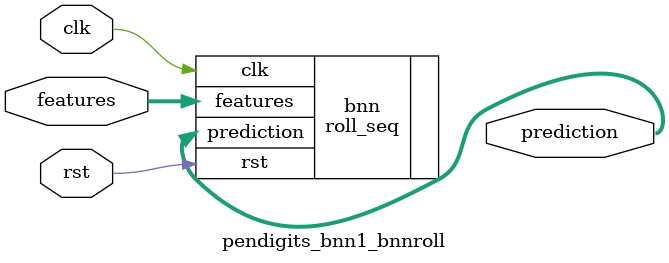
<source format=v>













module pendigits_bnn1_bnnroll #(

parameter FEAT_CNT = 16,
parameter HIDDEN_CNT = 40,
parameter FEAT_BITS = 4,
parameter CLASS_CNT = 10,
parameter TEST_CNT = 1000


  ) (
  input clk,
  input rst,
  input [FEAT_CNT*FEAT_BITS-1:0] features,
  output [$clog2(CLASS_CNT)-1:0] prediction
  );

  localparam Weights0 = 640'b0101101001100011101101101101100110110001000001111010010111001000110110101111010101010001111100000110101111111000111000001101101000000011010100101110100101011010010010111010010010010101010110001011110100100011010011100001101100010110101111011010111110110001101100101111010110110101000010011110111110000101010111111100000110010010001111011111101111010000010100000101100101001010000110110100001111101100101100000010101110100100001101111011101011100101011010100101001111001010000111010000011100001011000000000010111100000101001110001010010100011110010010100110001001001011111110000001011011101101010100011111000001001101000110100010101101000010 ;
  localparam Weights1 = 400'b0000100000101111101101100001011000110000011110110111101011101100111100000000000001011101010001011000011110000100011101100111000000001111010000000110111100001000010010110010110110100000011111111101000010001000011011000111010110000010000010110101011011010111100111100010101011111110110001011100011000001010100011000011111010001111111000101011111010000101001111000111000011011001011111000001101001000001 ;

  roll_seq #(.FEAT_CNT(FEAT_CNT),.FEAT_BITS(FEAT_BITS),.HIDDEN_CNT(HIDDEN_CNT),.CLASS_CNT(CLASS_CNT),.Weights0(Weights0),.Weights1(Weights1)) bnn (
    .clk(clk),
    .rst(rst),
    .features(features),
    .prediction(prediction)
  );

endmodule

</source>
